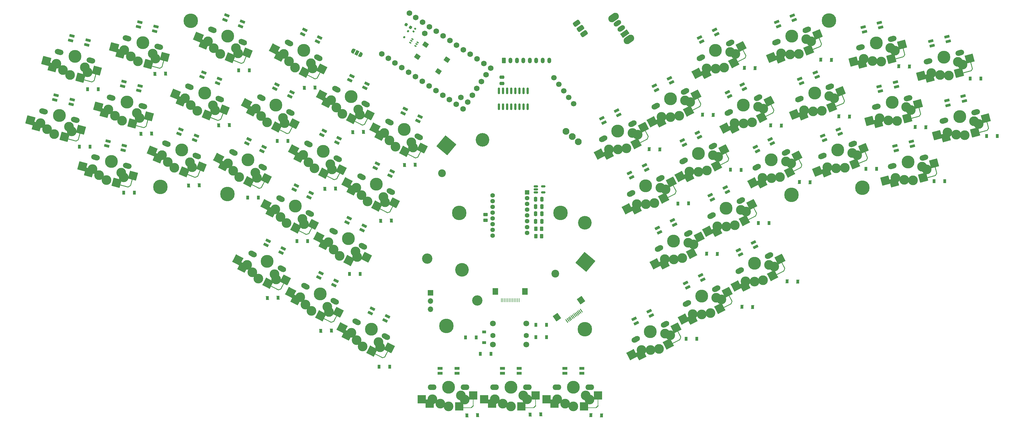
<source format=gbr>
%TF.GenerationSoftware,KiCad,Pcbnew,(6.0.4)*%
%TF.CreationDate,2023-01-08T04:04:53+01:00*%
%TF.ProjectId,Zazu,5a617a75-2e6b-4696-9361-645f70636258,rev?*%
%TF.SameCoordinates,Original*%
%TF.FileFunction,Soldermask,Bot*%
%TF.FilePolarity,Negative*%
%FSLAX46Y46*%
G04 Gerber Fmt 4.6, Leading zero omitted, Abs format (unit mm)*
G04 Created by KiCad (PCBNEW (6.0.4)) date 2023-01-08 04:04:53*
%MOMM*%
%LPD*%
G01*
G04 APERTURE LIST*
G04 Aperture macros list*
%AMRoundRect*
0 Rectangle with rounded corners*
0 $1 Rounding radius*
0 $2 $3 $4 $5 $6 $7 $8 $9 X,Y pos of 4 corners*
0 Add a 4 corners polygon primitive as box body*
4,1,4,$2,$3,$4,$5,$6,$7,$8,$9,$2,$3,0*
0 Add four circle primitives for the rounded corners*
1,1,$1+$1,$2,$3*
1,1,$1+$1,$4,$5*
1,1,$1+$1,$6,$7*
1,1,$1+$1,$8,$9*
0 Add four rect primitives between the rounded corners*
20,1,$1+$1,$2,$3,$4,$5,0*
20,1,$1+$1,$4,$5,$6,$7,0*
20,1,$1+$1,$6,$7,$8,$9,0*
20,1,$1+$1,$8,$9,$2,$3,0*%
%AMHorizOval*
0 Thick line with rounded ends*
0 $1 width*
0 $2 $3 position (X,Y) of the first rounded end (center of the circle)*
0 $4 $5 position (X,Y) of the second rounded end (center of the circle)*
0 Add line between two ends*
20,1,$1,$2,$3,$4,$5,0*
0 Add two circle primitives to create the rounded ends*
1,1,$1,$2,$3*
1,1,$1,$4,$5*%
%AMRotRect*
0 Rectangle, with rotation*
0 The origin of the aperture is its center*
0 $1 length*
0 $2 width*
0 $3 Rotation angle, in degrees counterclockwise*
0 Add horizontal line*
21,1,$1,$2,0,0,$3*%
%AMFreePoly0*
4,1,22,0.550000,-0.750000,0.000000,-0.750000,0.000000,-0.745033,-0.079941,-0.743568,-0.215256,-0.701293,-0.333266,-0.622738,-0.424486,-0.514219,-0.481581,-0.384460,-0.499164,-0.250000,-0.500000,-0.250000,-0.500000,0.250000,-0.499164,0.250000,-0.499963,0.256109,-0.478152,0.396186,-0.417904,0.524511,-0.324059,0.630769,-0.204165,0.706417,-0.067858,0.745374,0.000000,0.744959,0.000000,0.750000,
0.550000,0.750000,0.550000,-0.750000,0.550000,-0.750000,$1*%
%AMFreePoly1*
4,1,20,0.000000,0.744959,0.073905,0.744508,0.209726,0.703889,0.328688,0.626782,0.421226,0.519385,0.479903,0.390333,0.500000,0.250000,0.500000,-0.250000,0.499851,-0.262216,0.476331,-0.402017,0.414519,-0.529596,0.319384,-0.634700,0.198574,-0.708877,0.061801,-0.746166,0.000000,-0.745033,0.000000,-0.750000,-0.550000,-0.750000,-0.550000,0.750000,0.000000,0.750000,0.000000,0.744959,
0.000000,0.744959,$1*%
G04 Aperture macros list end*
%ADD10RoundRect,0.082000X-0.718000X0.328000X-0.718000X-0.328000X0.718000X-0.328000X0.718000X0.328000X0*%
%ADD11C,3.000000*%
%ADD12HorizOval,1.701800X-0.482963X0.129410X0.482963X-0.129410X0*%
%ADD13C,3.987800*%
%ADD14RotRect,2.600000X2.600000X165.000000*%
%ADD15RotRect,2.550000X2.500000X165.000000*%
%ADD16RotRect,3.000000X0.250000X345.000000*%
%ADD17RoundRect,0.062500X-0.347636X-0.272877X0.410136X0.164623X0.347636X0.272877X-0.410136X-0.164623X0*%
%ADD18RotRect,4.000000X0.250000X75.000000*%
%ADD19HorizOval,1.701800X-0.445503X-0.226995X0.445503X0.226995X0*%
%ADD20RotRect,2.550000X2.500000X207.000000*%
%ADD21RotRect,2.600000X2.600000X207.000000*%
%ADD22RotRect,3.000000X0.250000X27.000000*%
%ADD23RoundRect,0.062500X-0.075754X-0.435401X0.194636X0.396774X0.075754X0.435401X-0.194636X-0.396774X0*%
%ADD24RotRect,4.000000X0.250000X117.000000*%
%ADD25RoundRect,0.082000X-0.778427X0.130992X-0.608642X-0.502656X0.778427X-0.130992X0.608642X0.502656X0*%
%ADD26C,4.500000*%
%ADD27HorizOval,1.701800X-0.482963X-0.129410X0.482963X0.129410X0*%
%ADD28RotRect,2.600000X2.600000X195.000000*%
%ADD29RotRect,2.550000X2.500000X195.000000*%
%ADD30RotRect,4.000000X0.250000X105.000000*%
%ADD31RoundRect,0.062500X-0.164623X-0.410136X0.272877X0.347636X0.164623X0.410136X-0.272877X-0.347636X0*%
%ADD32RotRect,3.000000X0.250000X15.000000*%
%ADD33RoundRect,0.082000X-0.490834X0.618215X-0.788652X0.033715X0.490834X-0.618215X0.788652X-0.033715X0*%
%ADD34RoundRect,0.082000X-0.788652X-0.033715X-0.490834X-0.618215X0.788652X0.033715X0.490834X0.618215X0*%
%ADD35HorizOval,1.701800X-0.445503X0.226995X0.445503X-0.226995X0*%
%ADD36RotRect,2.600000X2.600000X153.000000*%
%ADD37RotRect,2.550000X2.500000X153.000000*%
%ADD38RoundRect,0.082000X-0.608642X0.502656X-0.778427X-0.130992X0.608642X-0.502656X0.778427X0.130992X0*%
%ADD39C,1.752600*%
%ADD40RoundRect,0.375000X0.829455X0.123000X0.399273X0.737364X-0.829455X-0.123000X-0.399273X-0.737364X0*%
%ADD41RotRect,4.000000X0.250000X63.000000*%
%ADD42RoundRect,0.062500X-0.396774X-0.194636X0.435401X0.075754X0.396774X0.194636X-0.435401X-0.075754X0*%
%ADD43RotRect,3.000000X0.250000X333.000000*%
%ADD44O,2.701800X1.701800*%
%ADD45R,2.600000X2.600000*%
%ADD46R,2.550000X2.500000*%
%ADD47R,3.000000X0.250000*%
%ADD48R,0.250000X4.000000*%
%ADD49RoundRect,0.062500X-0.265165X-0.353553X0.353553X0.265165X0.265165X0.353553X-0.353553X-0.265165X0*%
%ADD50RoundRect,0.082000X-0.788589X0.035149X-0.542847X-0.573084X0.788589X-0.035149X0.542847X0.573084X0*%
%ADD51HorizOval,1.701800X-0.463592X-0.187303X0.463592X0.187303X0*%
%ADD52RotRect,2.600000X2.600000X202.000000*%
%ADD53RotRect,2.550000X2.500000X202.000000*%
%ADD54RotRect,3.000000X0.250000X22.000000*%
%ADD55RotRect,4.000000X0.250000X112.000000*%
%ADD56RoundRect,0.062500X-0.113413X-0.427142X0.228476X0.378300X0.113413X0.427142X-0.228476X-0.378300X0*%
%ADD57C,3.200000*%
%ADD58C,4.200000*%
%ADD59C,2.400000*%
%ADD60C,2.100000*%
%ADD61RotRect,4.400000X4.400000X140.000000*%
%ADD62HorizOval,1.701800X-0.463592X0.187303X0.463592X-0.187303X0*%
%ADD63RotRect,2.550000X2.500000X158.000000*%
%ADD64RotRect,2.600000X2.600000X158.000000*%
%ADD65RotRect,3.000000X0.250000X338.000000*%
%ADD66RotRect,4.000000X0.250000X68.000000*%
%ADD67RoundRect,0.062500X-0.378300X-0.228476X0.427142X0.113413X0.378300X0.228476X-0.427142X-0.113413X0*%
%ADD68R,1.700000X1.700000*%
%ADD69O,1.700000X1.700000*%
%ADD70C,1.800000*%
%ADD71C,1.600000*%
%ADD72RoundRect,0.082000X-0.542847X0.573084X-0.788589X-0.035149X0.542847X-0.573084X0.788589X0.035149X0*%
%ADD73C,1.700000*%
%ADD74HorizOval,1.700000X0.000000X0.000000X0.000000X0.000000X0*%
%ADD75HorizOval,2.200000X0.532449X0.372825X-0.532449X-0.372825X0*%
%ADD76RotRect,1.500000X2.500000X125.000000*%
%ADD77HorizOval,1.500000X0.409576X0.286788X-0.409576X-0.286788X0*%
%ADD78RotRect,0.900000X1.200000X358.000000*%
%ADD79R,0.900000X1.200000*%
%ADD80RotRect,0.650000X0.400000X148.000000*%
%ADD81RoundRect,0.150000X0.034471X-0.227896X0.219943X0.068921X-0.034471X0.227896X-0.219943X-0.068921X0*%
%ADD82RoundRect,0.250000X0.250000X0.475000X-0.250000X0.475000X-0.250000X-0.475000X0.250000X-0.475000X0*%
%ADD83R,0.280000X1.250000*%
%ADD84R,1.800000X2.000000*%
%ADD85RotRect,0.900000X1.200000X2.000000*%
%ADD86RoundRect,0.150000X0.150000X-0.825000X0.150000X0.825000X-0.150000X0.825000X-0.150000X-0.825000X0*%
%ADD87RoundRect,0.140000X-0.069979X0.208813X-0.218357X-0.028640X0.069979X-0.208813X0.218357X0.028640X0*%
%ADD88RotRect,0.280000X1.250000X35.000000*%
%ADD89RotRect,1.800000X2.000000X35.000000*%
%ADD90RoundRect,0.250000X0.262500X0.450000X-0.262500X0.450000X-0.262500X-0.450000X0.262500X-0.450000X0*%
%ADD91RoundRect,0.250000X-0.262500X-0.450000X0.262500X-0.450000X0.262500X0.450000X-0.262500X0.450000X0*%
%ADD92RotRect,0.900000X1.200000X1.000000*%
%ADD93RoundRect,0.250000X0.450000X-0.262500X0.450000X0.262500X-0.450000X0.262500X-0.450000X-0.262500X0*%
%ADD94FreePoly0,153.000000*%
%ADD95RotRect,1.000000X1.500000X153.000000*%
%ADD96FreePoly1,153.000000*%
%ADD97RoundRect,0.218750X-0.321302X-0.101392X0.049719X-0.333232X0.321302X0.101392X-0.049719X0.333232X0*%
%ADD98RotRect,0.900000X1.200000X359.000000*%
%ADD99R,1.200000X0.900000*%
%ADD100RoundRect,0.250000X-0.250000X-0.475000X0.250000X-0.475000X0.250000X0.475000X-0.250000X0.475000X0*%
%ADD101R,1.400000X1.400000*%
%ADD102C,1.400000*%
%ADD103RoundRect,0.150000X-0.512500X-0.150000X0.512500X-0.150000X0.512500X0.150000X-0.512500X0.150000X0*%
%ADD104RoundRect,0.250000X0.475000X-0.250000X0.475000X0.250000X-0.475000X0.250000X-0.475000X-0.250000X0*%
%ADD105RotRect,1.600000X1.400000X325.000000*%
%ADD106RoundRect,0.250000X-0.350000X-0.625000X0.350000X-0.625000X0.350000X0.625000X-0.350000X0.625000X0*%
%ADD107O,1.200000X1.750000*%
G04 APERTURE END LIST*
D10*
%TO.C,D73*%
X239840436Y-173514437D03*
X239840436Y-175014437D03*
X245040436Y-175014437D03*
X245040436Y-173514437D03*
%TD*%
D11*
%TO.C,SW7*%
X98592421Y-93404918D03*
D12*
X99485719Y-89761990D03*
D11*
X102849463Y-96826621D03*
D13*
X104389436Y-91079362D03*
D12*
X109298500Y-92395418D03*
D11*
X108248494Y-95995678D03*
X107415399Y-94516343D03*
X100624370Y-95326294D03*
D14*
X95429014Y-92557285D03*
D15*
X97431697Y-94474244D03*
D14*
X106012871Y-97674253D03*
D16*
X108154148Y-98604182D03*
D17*
X109939451Y-98783023D03*
D18*
X110805368Y-96675723D03*
D15*
X111095576Y-95502444D03*
%TD*%
D11*
%TO.C,SW26*%
X301161184Y-146242255D03*
D19*
X293934275Y-143242996D03*
D11*
X304617437Y-142012088D03*
X303008459Y-141470177D03*
D19*
X302988699Y-138633982D03*
D13*
X298459941Y-140940766D03*
D11*
X298503703Y-146616173D03*
X295708020Y-146547951D03*
D20*
X295560952Y-148119292D03*
D21*
X292789973Y-148034770D03*
D22*
X306292755Y-144013713D03*
D23*
X307739161Y-142952018D03*
D20*
X306403194Y-139740473D03*
D21*
X304079231Y-144755436D03*
D24*
X306972603Y-140806577D03*
%TD*%
D25*
%TO.C,D42*%
X341967477Y-104647526D03*
X342355705Y-106096415D03*
X347378520Y-104750556D03*
X346990291Y-103301667D03*
%TD*%
D11*
%TO.C,SW40*%
X102542589Y-112933990D03*
X97976653Y-115244268D03*
X93719611Y-111822565D03*
X95751560Y-113743941D03*
D12*
X94612909Y-108179637D03*
D11*
X103375684Y-114413325D03*
D13*
X99516626Y-109497009D03*
D12*
X104425690Y-110813065D03*
D15*
X92558887Y-112891891D03*
D14*
X90556204Y-110974932D03*
D18*
X105932558Y-115093370D03*
D16*
X103281338Y-117021829D03*
D17*
X105066641Y-117200670D03*
D15*
X106222766Y-113920091D03*
D14*
X101140061Y-116091900D03*
%TD*%
D26*
%TO.C,H10*%
X238452436Y-125369438D03*
%TD*%
D27*
%TO.C,SW44*%
X366927533Y-94275404D03*
D11*
X363558105Y-101337457D03*
D13*
X362018131Y-95590199D03*
D27*
X357112702Y-96901180D03*
D11*
X360880954Y-101150683D03*
X358160547Y-100502696D03*
X366357183Y-97053730D03*
X367818332Y-97918324D03*
D28*
X354997140Y-101350328D03*
D29*
X357689993Y-102009123D03*
D30*
X370372672Y-97228823D03*
D28*
X366721513Y-100489825D03*
D31*
X370676416Y-99486757D03*
D32*
X369040879Y-100224528D03*
D29*
X370037360Y-96067629D03*
%TD*%
D11*
%TO.C,SW34*%
X334996043Y-78403057D03*
X332275636Y-77755070D03*
X341933421Y-75170698D03*
D13*
X336133220Y-72842573D03*
D27*
X331227791Y-74153554D03*
D11*
X337673194Y-78589831D03*
D27*
X341042622Y-71527778D03*
D11*
X340472272Y-74306104D03*
D28*
X329112229Y-78602702D03*
D29*
X331805082Y-79261497D03*
D30*
X344487761Y-74481197D03*
D29*
X344152449Y-73320003D03*
D28*
X340836602Y-77742199D03*
D31*
X344791505Y-76739131D03*
D32*
X343155968Y-77476902D03*
%TD*%
D33*
%TO.C,D85*%
X148049543Y-133999589D03*
X147368557Y-135336098D03*
X152001791Y-137696849D03*
X152682777Y-136360339D03*
%TD*%
D11*
%TO.C,SW39*%
X77609049Y-97598565D03*
X81866091Y-101020268D03*
D12*
X78502347Y-93955637D03*
D13*
X83406064Y-95273009D03*
D11*
X86432027Y-98709990D03*
X87265122Y-100189325D03*
X79640998Y-99519941D03*
D12*
X88315128Y-96589065D03*
D14*
X74445642Y-96750932D03*
D15*
X76448325Y-98667891D03*
D14*
X85029499Y-101867900D03*
D16*
X87170776Y-102797829D03*
D15*
X90112204Y-99696091D03*
D17*
X88956079Y-102976670D03*
D18*
X89821996Y-100869370D03*
%TD*%
D26*
%TO.C,H8*%
X321563075Y-65876331D03*
%TD*%
D25*
%TO.C,D56*%
X337039123Y-86244201D03*
X337427351Y-87693090D03*
X342450166Y-86347231D03*
X342061937Y-84898342D03*
%TD*%
D34*
%TO.C,D50*%
X251211132Y-96101430D03*
X251892118Y-97437940D03*
X256525352Y-95077189D03*
X255844366Y-93740680D03*
%TD*%
D11*
%TO.C,SW20*%
X170111891Y-138675631D03*
X175058384Y-137365150D03*
X166659288Y-134443612D03*
D35*
X168290472Y-131066018D03*
X177341300Y-135682091D03*
D11*
X175565703Y-138985368D03*
X168247357Y-136745467D03*
D13*
X172813134Y-133374142D03*
D36*
X163741242Y-132956793D03*
D37*
X165301602Y-135248243D03*
X178453119Y-139094854D03*
D36*
X173029938Y-140162451D03*
%TD*%
D34*
%TO.C,D57*%
X267513306Y-86059334D03*
X268194292Y-87395844D03*
X272827526Y-85035093D03*
X272146540Y-83698584D03*
%TD*%
D38*
%TO.C,D48*%
X98517320Y-103190161D03*
X98129091Y-104639050D03*
X103151906Y-105984909D03*
X103540134Y-104536020D03*
%TD*%
D25*
%TO.C,D49*%
X357999283Y-90627961D03*
X358387511Y-92076850D03*
X363410326Y-90730991D03*
X363022097Y-89282102D03*
%TD*%
D39*
%TO.C,U1*%
X185174396Y-77582685D03*
X187280152Y-79003035D03*
X189385907Y-80423385D03*
X191491662Y-81843735D03*
X193597418Y-83264085D03*
X195703173Y-84684435D03*
X197808929Y-86104785D03*
X199914684Y-87525135D03*
X202020440Y-88945485D03*
X204126195Y-90365835D03*
X206231951Y-91786185D03*
X208348890Y-93189954D03*
X216859806Y-80572003D03*
X214754050Y-79151653D03*
X212648295Y-77731303D03*
X210542540Y-76310953D03*
X208436784Y-74890603D03*
X206331029Y-73470253D03*
X204225273Y-72049903D03*
X202119518Y-70629553D03*
X200013762Y-69209203D03*
X197908007Y-67788853D03*
X195802251Y-66368503D03*
X193696496Y-64948153D03*
X209758056Y-91100780D03*
X211178406Y-88995024D03*
X212598756Y-86889269D03*
X214019106Y-84783513D03*
X215439456Y-82677758D03*
X207652301Y-89680430D03*
X196510025Y-69861447D03*
X183171019Y-76207266D03*
X191693119Y-63572733D03*
%TD*%
D40*
%TO.C,J4*%
X243483662Y-66696862D03*
X244630815Y-68335166D03*
X245777968Y-69973470D03*
%TD*%
D26*
%TO.C,H9*%
X207131342Y-125369438D03*
%TD*%
D11*
%TO.C,SW21*%
X286671920Y-151641986D03*
X284824645Y-156414064D03*
D19*
X277597736Y-153414805D03*
X286652160Y-148805791D03*
D11*
X282167164Y-156787982D03*
X288280898Y-152183897D03*
X279371481Y-156719760D03*
D13*
X282123402Y-151112575D03*
D20*
X279224413Y-158291101D03*
D21*
X276453434Y-158206579D03*
D23*
X291402622Y-153123827D03*
D24*
X290636064Y-150978386D03*
D22*
X289956216Y-154185522D03*
D21*
X287742692Y-154927245D03*
D20*
X290066655Y-149912282D03*
%TD*%
D38*
%TO.C,D46*%
X87301632Y-70632043D03*
X86913403Y-72080932D03*
X91936218Y-73426791D03*
X92324446Y-71977902D03*
%TD*%
D11*
%TO.C,SW43*%
X350325377Y-111073295D03*
X342128741Y-114522261D03*
X351786526Y-111937889D03*
D27*
X350895727Y-108294969D03*
D11*
X347526299Y-115357022D03*
X344849148Y-115170248D03*
D27*
X341080896Y-110920745D03*
D13*
X345986325Y-109609764D03*
D29*
X341658187Y-116028688D03*
D28*
X338965334Y-115369893D03*
D31*
X354644610Y-113506322D03*
D30*
X354340866Y-111248388D03*
D29*
X354005554Y-110087194D03*
D32*
X353009073Y-114244093D03*
D28*
X350689707Y-114509390D03*
%TD*%
D11*
%TO.C,SW23*%
X270684394Y-139688841D03*
X279593811Y-135152978D03*
D19*
X268910649Y-136383886D03*
D13*
X273436315Y-134081656D03*
D19*
X277965073Y-131774872D03*
D11*
X276137558Y-139383145D03*
X273480077Y-139757063D03*
X277984833Y-134611067D03*
D21*
X267766347Y-141175660D03*
D20*
X270537326Y-141260182D03*
D21*
X279055605Y-137896326D03*
D20*
X281379568Y-132881363D03*
%TD*%
D34*
%TO.C,D51*%
X293496559Y-136926574D03*
X294177545Y-138263084D03*
X298810779Y-135902333D03*
X298129793Y-134565824D03*
%TD*%
D13*
%TO.C,SW25*%
X281102507Y-107002649D03*
D11*
X281146269Y-112678056D03*
X285651025Y-107532060D03*
D19*
X285631265Y-104695865D03*
D11*
X278350586Y-112609834D03*
X287260003Y-108073971D03*
X283803750Y-112304138D03*
D19*
X276576841Y-109304879D03*
D21*
X275432539Y-114096653D03*
D20*
X278203518Y-114181175D03*
X289045760Y-105802356D03*
D22*
X288935321Y-110075596D03*
D24*
X289615169Y-106868460D03*
D21*
X286721797Y-110817319D03*
D23*
X290381727Y-109013901D03*
%TD*%
D26*
%TO.C,*%
X331814000Y-117630000D03*
%TD*%
D11*
%TO.C,SW4*%
X154471486Y-78477164D03*
X161282513Y-79096847D03*
X156336020Y-80407328D03*
X152883417Y-76175309D03*
D35*
X163565429Y-77413788D03*
D11*
X161789832Y-80717065D03*
D13*
X159037263Y-75105839D03*
D35*
X154514601Y-72797715D03*
D37*
X151525731Y-76979940D03*
D36*
X149965371Y-74688490D03*
D37*
X164677248Y-80826551D03*
D36*
X159254067Y-81894148D03*
D41*
X164149442Y-81913854D03*
D42*
X162864315Y-83795070D03*
D43*
X161155210Y-83248952D03*
%TD*%
D33*
%TO.C,D61*%
X150741594Y-85660019D03*
X150060608Y-86996528D03*
X154693842Y-89357279D03*
X155374828Y-88020769D03*
%TD*%
%TO.C,D84*%
X173146933Y-126997347D03*
X172465947Y-128333856D03*
X177099181Y-130694607D03*
X177780167Y-129358097D03*
%TD*%
D38*
%TO.C,D91*%
X82406758Y-88966161D03*
X82018529Y-90415050D03*
X87041344Y-91760909D03*
X87429572Y-90312020D03*
%TD*%
D33*
%TO.C,D90*%
X190426234Y-93211642D03*
X189745248Y-94548151D03*
X194378482Y-96908902D03*
X195059468Y-95572392D03*
%TD*%
D11*
%TO.C,SW8*%
X170955228Y-94704308D03*
D13*
X173656471Y-89402819D03*
D11*
X169090694Y-92774144D03*
D35*
X178184637Y-91710768D03*
D11*
X176409040Y-95014045D03*
X167502625Y-90472289D03*
X175901721Y-93393827D03*
D35*
X169133809Y-87094695D03*
D37*
X166144939Y-91276920D03*
D36*
X164584579Y-88985470D03*
D43*
X175774418Y-97545932D03*
D41*
X178768650Y-96210834D03*
D37*
X179296456Y-95123531D03*
D42*
X177483523Y-98092050D03*
D36*
X173873275Y-96191128D03*
%TD*%
D38*
%TO.C,D83*%
X103386944Y-84775086D03*
X102998715Y-86223975D03*
X108021530Y-87569834D03*
X108409758Y-86120945D03*
%TD*%
D44*
%TO.C,SW22*%
X237362848Y-179341129D03*
D13*
X242440436Y-179344437D03*
D11*
X247440436Y-183094436D03*
X242440436Y-185294437D03*
X239902848Y-184421129D03*
X246252848Y-181881129D03*
X237442848Y-183091129D03*
D44*
X247522848Y-179345090D03*
D45*
X234167848Y-183091129D03*
D46*
X236598436Y-184424437D03*
X250062848Y-181881129D03*
D47*
X248024436Y-185638476D03*
D48*
X250086195Y-183089541D03*
D49*
X249795192Y-185349153D03*
D45*
X245715437Y-185294437D03*
%TD*%
D10*
%TO.C,D59*%
X201234852Y-173514438D03*
X201234852Y-175014438D03*
X206434852Y-175014438D03*
X206434852Y-173514438D03*
%TD*%
D50*
%TO.C,D88*%
X319612761Y-101489393D03*
X320174670Y-102880169D03*
X324996026Y-100932215D03*
X324434117Y-99541439D03*
%TD*%
D26*
%TO.C,H3*%
X245972677Y-161342170D03*
%TD*%
D33*
%TO.C,D67*%
X159367411Y-68730898D03*
X158686425Y-70067407D03*
X163319659Y-72428158D03*
X164000645Y-71091648D03*
%TD*%
D11*
%TO.C,SW33*%
X313859720Y-93650404D03*
X323130561Y-89908308D03*
X316638820Y-93962027D03*
X321574936Y-89228228D03*
D51*
X312380771Y-90203433D03*
D11*
X319318777Y-93821147D03*
D13*
X317089868Y-88304403D03*
D51*
X321802443Y-86401103D03*
D52*
X310823193Y-94877241D03*
D53*
X313576261Y-95202948D03*
D54*
X324625050Y-92048331D03*
D52*
X322355305Y-92594310D03*
D55*
X325581833Y-88912651D03*
D53*
X325107507Y-87800977D03*
D56*
X326158485Y-91116738D03*
%TD*%
D11*
%TO.C,SW16*%
X166842288Y-156023644D03*
X161388476Y-155713907D03*
X157935873Y-151481888D03*
X166334969Y-154403426D03*
X159523942Y-153783743D03*
D35*
X159567057Y-148104294D03*
X168617885Y-152720367D03*
D13*
X164089719Y-150412418D03*
D36*
X155017827Y-149995069D03*
D37*
X156578187Y-152286519D03*
D43*
X166207666Y-158555531D03*
D42*
X167916771Y-159101649D03*
D37*
X169729704Y-156133130D03*
D36*
X164306523Y-157200727D03*
D41*
X169201898Y-157220433D03*
%TD*%
D11*
%TO.C,SW28*%
X290974536Y-75638313D03*
X289127261Y-80410391D03*
X283674097Y-80716087D03*
D13*
X286426018Y-75108902D03*
D11*
X292583514Y-76180224D03*
D19*
X281900352Y-77411132D03*
D11*
X286469780Y-80784309D03*
D19*
X290954776Y-72802118D03*
D21*
X280756050Y-82202906D03*
D20*
X283527029Y-82287428D03*
D22*
X294258832Y-78181849D03*
D24*
X294938680Y-74974713D03*
D21*
X292045308Y-78923572D03*
D23*
X295705238Y-77120154D03*
D20*
X294369271Y-73908609D03*
%TD*%
D35*
%TO.C,SW5*%
X145888783Y-89726836D03*
D11*
X153164014Y-97646186D03*
X147710202Y-97336449D03*
X144257599Y-93104430D03*
X152656695Y-96025968D03*
D13*
X150411445Y-92034960D03*
D35*
X154939611Y-94342909D03*
D11*
X145845668Y-95406285D03*
D36*
X141339553Y-91617611D03*
D37*
X142899913Y-93909061D03*
D36*
X150628249Y-98823269D03*
D42*
X154238497Y-100724191D03*
D37*
X156051430Y-97755672D03*
D41*
X155523624Y-98842975D03*
D43*
X152529392Y-100178073D03*
%TD*%
D34*
%TO.C,D72*%
X298714270Y-104952957D03*
X299395256Y-106289467D03*
X304028490Y-103928716D03*
X303347504Y-102592207D03*
%TD*%
D10*
%TO.C,D66*%
X220514848Y-173511130D03*
X220514848Y-175011130D03*
X225714848Y-175011130D03*
X225714848Y-173511130D03*
%TD*%
D57*
%TO.C,SW36*%
X197228052Y-139501819D03*
D58*
X207996008Y-142991378D03*
D59*
X201809741Y-113113345D03*
D57*
X212691390Y-152477497D03*
D59*
X236894041Y-144162398D03*
D58*
X245986230Y-128418738D03*
X214365675Y-102810086D03*
D60*
X243984085Y-103369716D03*
X240153863Y-100155778D03*
X242068974Y-101762747D03*
D61*
X246205658Y-140541280D03*
X203178553Y-104440241D03*
%TD*%
D35*
%TO.C,SW15*%
X160932999Y-125569020D03*
D11*
X153703590Y-128562560D03*
X150250987Y-124330541D03*
D13*
X156404833Y-123261071D03*
D11*
X158650083Y-127252079D03*
X151839056Y-126632396D03*
X159157402Y-128872297D03*
D35*
X151882171Y-120952947D03*
D36*
X147332941Y-122843722D03*
D37*
X148893301Y-125135172D03*
D43*
X158522780Y-131404184D03*
D41*
X161517012Y-130069086D03*
D37*
X162044818Y-128981783D03*
D42*
X160231885Y-131950302D03*
D36*
X156621637Y-130049380D03*
%TD*%
D27*
%TO.C,SW45*%
X361960169Y-75868698D03*
D11*
X361389819Y-78647024D03*
X353193183Y-82095990D03*
D13*
X357050767Y-77183493D03*
D27*
X352145338Y-78494474D03*
D11*
X355913590Y-82743977D03*
X362850968Y-79511618D03*
X358590741Y-82930751D03*
D29*
X352722629Y-83602417D03*
D28*
X350029776Y-82943622D03*
D30*
X365405308Y-78822117D03*
D29*
X365069996Y-77660923D03*
D32*
X364073515Y-81817822D03*
D28*
X361754149Y-82083119D03*
D31*
X365709052Y-81080051D03*
%TD*%
D34*
%TO.C,D44*%
X259836951Y-113030556D03*
X260517937Y-114367066D03*
X265151171Y-112006315D03*
X264470185Y-110669806D03*
%TD*%
%TO.C,D65*%
X284764942Y-119917586D03*
X285445928Y-121254096D03*
X290079162Y-118893345D03*
X289398176Y-117556836D03*
%TD*%
D33*
%TO.C,D41*%
X164419867Y-144037476D03*
X163738881Y-145373985D03*
X168372115Y-147734736D03*
X169053101Y-146398226D03*
%TD*%
D27*
%TO.C,SW31*%
X345968847Y-89887825D03*
X336154016Y-92513601D03*
D11*
X339922268Y-96763104D03*
X342599419Y-96949878D03*
X345398497Y-92666151D03*
D13*
X341059445Y-91202620D03*
D11*
X337201861Y-96115117D03*
X346859646Y-93530745D03*
D28*
X334038454Y-96962749D03*
D29*
X336731307Y-97621544D03*
D32*
X348082193Y-95836949D03*
D31*
X349717730Y-95099178D03*
D29*
X349078674Y-91680050D03*
D28*
X345762827Y-96102246D03*
D30*
X349413986Y-92841244D03*
%TD*%
D35*
%TO.C,SW41*%
X184477129Y-163689927D03*
D11*
X175383186Y-164753303D03*
X182194213Y-165372986D03*
X177247720Y-166683467D03*
X182701532Y-166993204D03*
X173795117Y-162451448D03*
D35*
X175426301Y-159073854D03*
D13*
X179948963Y-161381978D03*
D37*
X172437431Y-163256079D03*
D36*
X170877071Y-160964629D03*
D42*
X183776015Y-170071209D03*
D41*
X185061142Y-168189993D03*
D37*
X185588948Y-167102690D03*
D36*
X180165767Y-168170287D03*
D43*
X182066910Y-169525091D03*
%TD*%
D26*
%TO.C,H2*%
X203186436Y-160340438D03*
%TD*%
D11*
%TO.C,SW30*%
X306378895Y-114268638D03*
X300925731Y-114574334D03*
X309835148Y-110038471D03*
D19*
X308206410Y-106660365D03*
D11*
X308226170Y-109496560D03*
X303721414Y-114642556D03*
D13*
X303677652Y-108967149D03*
D19*
X299151986Y-111269379D03*
D20*
X300778663Y-116145675D03*
D21*
X298007684Y-116061153D03*
D22*
X311510466Y-112040096D03*
D21*
X309296942Y-112781819D03*
D20*
X311620905Y-107766856D03*
D24*
X312190314Y-108832960D03*
D23*
X312956872Y-110978401D03*
%TD*%
D11*
%TO.C,SW42*%
X266283579Y-167846342D03*
X263487896Y-167778120D03*
X268941060Y-167472424D03*
D13*
X266239817Y-162170935D03*
D19*
X270768575Y-159864151D03*
D11*
X272397313Y-163242257D03*
D19*
X261714151Y-164473165D03*
D11*
X270788335Y-162700346D03*
D20*
X263340828Y-169349461D03*
D21*
X260569849Y-169264939D03*
D22*
X274072631Y-165243882D03*
D21*
X271859107Y-165985605D03*
D23*
X275519037Y-164182187D03*
D20*
X274183070Y-160970642D03*
D24*
X274752479Y-162036746D03*
%TD*%
D34*
%TO.C,D64*%
X281462634Y-71094710D03*
X282143620Y-72431220D03*
X286776854Y-70070469D03*
X286095868Y-68733960D03*
%TD*%
D11*
%TO.C,SW6*%
X117001660Y-109673498D03*
X123840778Y-109697203D03*
X119027323Y-111433813D03*
D13*
X121256232Y-105917069D03*
D62*
X116549614Y-104011904D03*
D11*
X115219014Y-107518811D03*
X124487377Y-111267040D03*
D62*
X125968318Y-107821579D03*
D63*
X113936623Y-108438711D03*
D64*
X112182487Y-106291975D03*
D63*
X127373348Y-111124454D03*
D64*
X122063851Y-112660649D03*
D65*
X124075838Y-113844603D03*
D66*
X126942316Y-112253620D03*
D67*
X125826037Y-114239684D03*
%TD*%
D11*
%TO.C,SW12*%
X207647266Y-181881131D03*
X203834854Y-185294439D03*
X208834854Y-183094438D03*
D13*
X203834854Y-179344439D03*
D11*
X198837266Y-183091131D03*
D44*
X208917266Y-179345092D03*
D11*
X201297266Y-184421131D03*
D44*
X198757266Y-179341131D03*
D46*
X197992854Y-184424439D03*
D45*
X195562266Y-183091131D03*
D48*
X211480613Y-183089543D03*
D46*
X211457266Y-181881131D03*
D45*
X207109855Y-185294439D03*
D47*
X209418854Y-185638478D03*
D49*
X211189610Y-185349155D03*
%TD*%
D33*
%TO.C,D54*%
X165360798Y-99957003D03*
X164679812Y-101293512D03*
X169313046Y-103654263D03*
X169994032Y-102317753D03*
%TD*%
D11*
%TO.C,SW1*%
X129454059Y-72285823D03*
X131236705Y-74440510D03*
D13*
X135491277Y-70684081D03*
D62*
X130784659Y-68778916D03*
X140203363Y-72588591D03*
D11*
X133262368Y-76200825D03*
X138722422Y-76034052D03*
X138075823Y-74464215D03*
D63*
X128171668Y-73205723D03*
D64*
X126417532Y-71058987D03*
X136298896Y-77427661D03*
D63*
X141608393Y-75891466D03*
D65*
X138310883Y-78611615D03*
D67*
X140061082Y-79006696D03*
D66*
X141177361Y-77020632D03*
%TD*%
D50*
%TO.C,D71*%
X305377714Y-66256406D03*
X305939623Y-67647182D03*
X310760979Y-65699228D03*
X310199070Y-64308452D03*
%TD*%
D33*
%TO.C,D69*%
X156734981Y-116886128D03*
X156053995Y-118222637D03*
X160687229Y-120583388D03*
X161368215Y-119246878D03*
%TD*%
D34*
%TO.C,D58*%
X268473580Y-130063421D03*
X269154566Y-131399931D03*
X273787800Y-129039180D03*
X273106814Y-127702671D03*
%TD*%
%TO.C,D86*%
X276139123Y-102988458D03*
X276820109Y-104324968D03*
X281453343Y-101964217D03*
X280772357Y-100627708D03*
%TD*%
D26*
%TO.C,*%
X114644000Y-117376000D03*
%TD*%
D11*
%TO.C,SW11*%
X145018150Y-145676022D03*
X150471962Y-145985759D03*
D13*
X147719393Y-140374533D03*
D11*
X149964643Y-144365541D03*
D35*
X152247559Y-142682482D03*
D11*
X141565547Y-141444003D03*
X143153616Y-143745858D03*
D35*
X143196731Y-138066409D03*
D37*
X140207861Y-142248634D03*
D36*
X138647501Y-139957184D03*
D41*
X152831572Y-147182548D03*
D43*
X149837340Y-148517646D03*
D42*
X151546445Y-149063764D03*
D37*
X153359378Y-146095245D03*
D36*
X147936197Y-147162842D03*
%TD*%
D68*
%TO.C,J5*%
X198220436Y-150134438D03*
D69*
X198220436Y-152674438D03*
X198220436Y-155214438D03*
%TD*%
D33*
%TO.C,D52*%
X180282762Y-155005183D03*
X179601776Y-156341692D03*
X184235010Y-158702443D03*
X184915996Y-157365933D03*
%TD*%
D50*
%TO.C,D63*%
X312495235Y-83872898D03*
X313057144Y-85263674D03*
X317878500Y-83315720D03*
X317316591Y-81924944D03*
%TD*%
D70*
%TO.C,HAT1*%
X217557347Y-159592101D03*
D71*
X217557347Y-163292101D03*
D70*
X217557347Y-166092101D03*
X227857347Y-166092101D03*
D71*
X227857347Y-163292101D03*
D70*
X227857347Y-159592101D03*
%TD*%
D19*
%TO.C,SW19*%
X260274667Y-119346979D03*
D11*
X270957829Y-118116071D03*
X267501576Y-122346238D03*
X264844095Y-122720156D03*
D19*
X269329091Y-114737965D03*
D13*
X264800333Y-117044749D03*
D11*
X269348851Y-117574160D03*
X262048412Y-122651934D03*
D20*
X261901344Y-124223275D03*
D21*
X259130365Y-124138753D03*
D20*
X272743586Y-115844456D03*
D22*
X272633147Y-120117696D03*
D24*
X273312995Y-116910560D03*
D23*
X274079553Y-119056001D03*
D21*
X270419623Y-120859419D03*
%TD*%
D33*
%TO.C,D62*%
X142115772Y-102589145D03*
X141434786Y-103925654D03*
X146068020Y-106286405D03*
X146749006Y-104949895D03*
%TD*%
D13*
%TO.C,SW3*%
X109299485Y-72708973D03*
D11*
X107759512Y-78456232D03*
X113158543Y-77625289D03*
D12*
X104395768Y-71391601D03*
D11*
X105534419Y-76955905D03*
X103502470Y-75034529D03*
D12*
X114208549Y-74025029D03*
D11*
X112325448Y-76145954D03*
D15*
X102341746Y-76103855D03*
D14*
X100339063Y-74186896D03*
D15*
X116005625Y-77132055D03*
D14*
X110922920Y-79303864D03*
D18*
X115715417Y-78305334D03*
D16*
X113064197Y-80233793D03*
D17*
X114849500Y-80412634D03*
%TD*%
D25*
%TO.C,D87*%
X332112898Y-67884155D03*
X332501126Y-69333044D03*
X337523941Y-67987185D03*
X337135712Y-66538296D03*
%TD*%
D72*
%TO.C,D60*%
X135264557Y-64304622D03*
X134702648Y-65695398D03*
X139524004Y-67643352D03*
X140085913Y-66252576D03*
%TD*%
D11*
%TO.C,SW10*%
X135631779Y-110033556D03*
D35*
X137262963Y-106655962D03*
D13*
X141785625Y-108964086D03*
D35*
X146313791Y-111272035D03*
D11*
X144538194Y-114575312D03*
X144030875Y-112955094D03*
X139084382Y-114265575D03*
X137219848Y-112335411D03*
D36*
X132713733Y-108546737D03*
D37*
X134274093Y-110838187D03*
D42*
X145612677Y-117653317D03*
D37*
X147425610Y-114684798D03*
D43*
X143903572Y-117107199D03*
D36*
X142002429Y-115752395D03*
D41*
X146897804Y-115772101D03*
%TD*%
D51*
%TO.C,SW32*%
X314684923Y-68784611D03*
D11*
X312201257Y-76204655D03*
X316013041Y-72291816D03*
X314457416Y-71611736D03*
D51*
X305263251Y-72586941D03*
D11*
X309521300Y-76345535D03*
X306742200Y-76033912D03*
D13*
X309972348Y-70687911D03*
D52*
X303705673Y-77260749D03*
D53*
X306458741Y-77586456D03*
D54*
X317507530Y-74431839D03*
D53*
X317989987Y-70184485D03*
D56*
X319040965Y-73500246D03*
D52*
X315237785Y-74977818D03*
D55*
X318464313Y-71296159D03*
%TD*%
D25*
%TO.C,D92*%
X353031919Y-72221255D03*
X353420147Y-73670144D03*
X358442962Y-72324285D03*
X358054733Y-70875396D03*
%TD*%
D35*
%TO.C,SW9*%
X160507987Y-104023822D03*
D11*
X158876803Y-107401416D03*
X167783218Y-111943172D03*
D35*
X169558815Y-108639895D03*
D13*
X165030649Y-106331946D03*
D11*
X162329406Y-111633435D03*
X160464872Y-109703271D03*
X167275899Y-110322954D03*
D36*
X155958757Y-105914597D03*
D37*
X157519117Y-108206047D03*
D42*
X168857701Y-115021177D03*
D37*
X170670634Y-112052658D03*
D36*
X165247453Y-113120255D03*
D41*
X170142828Y-113139961D03*
D43*
X167148596Y-114475059D03*
%TD*%
D11*
%TO.C,SW13*%
X183942239Y-100656054D03*
X185530308Y-102957909D03*
D35*
X194624251Y-101894533D03*
X185573423Y-97278460D03*
D11*
X187394842Y-104888073D03*
X192848654Y-105197810D03*
X192341335Y-103577592D03*
D13*
X190096085Y-99586584D03*
D37*
X182584553Y-101460685D03*
D36*
X181024193Y-99169235D03*
X190312889Y-106374893D03*
D42*
X193923137Y-108275815D03*
D43*
X192214032Y-107729697D03*
D37*
X195736070Y-105307296D03*
D41*
X195208264Y-106394599D03*
%TD*%
D33*
%TO.C,D47*%
X181800412Y-110140765D03*
X181119426Y-111477274D03*
X185752660Y-113838025D03*
X186433646Y-112501515D03*
%TD*%
D11*
%TO.C,SW38*%
X84535872Y-81185823D03*
D13*
X88300938Y-76938891D03*
D12*
X83397221Y-75621519D03*
D11*
X91326901Y-80375872D03*
X92159996Y-81855207D03*
X86760965Y-82686150D03*
D12*
X93210002Y-78254947D03*
D11*
X82503923Y-79264447D03*
D14*
X79340516Y-78416814D03*
D15*
X81343199Y-80333773D03*
X95007078Y-81361973D03*
D17*
X93850953Y-84642552D03*
D16*
X92065650Y-84463711D03*
D14*
X89924373Y-83533782D03*
D18*
X94716870Y-82535252D03*
%TD*%
D11*
%TO.C,SW18*%
X253422592Y-105722808D03*
D19*
X260703271Y-97808839D03*
X251648847Y-102417853D03*
D11*
X262332009Y-101186945D03*
X256218275Y-105791030D03*
D13*
X256174513Y-100115623D03*
D11*
X260723031Y-100645034D03*
X258875756Y-105417112D03*
D20*
X253275524Y-107294149D03*
D21*
X250504545Y-107209627D03*
D22*
X264007327Y-103188570D03*
D20*
X264117766Y-98915330D03*
D21*
X261793803Y-103930293D03*
D24*
X264687175Y-99981434D03*
D23*
X265453733Y-102126875D03*
%TD*%
D34*
%TO.C,D89*%
X261277082Y-158152700D03*
X261958068Y-159489210D03*
X266591302Y-157128459D03*
X265910316Y-155791950D03*
%TD*%
D26*
%TO.C,H1*%
X135449344Y-119546080D03*
%TD*%
D11*
%TO.C,SW24*%
X278634182Y-91144848D03*
D19*
X267951020Y-92375756D03*
D11*
X277025204Y-90602937D03*
X269724765Y-95680711D03*
D19*
X277005444Y-87766742D03*
D11*
X275177929Y-95375015D03*
X272520448Y-95748933D03*
D13*
X272476686Y-90073526D03*
D20*
X269577697Y-97252052D03*
D21*
X266806718Y-97167530D03*
D23*
X281755906Y-92084778D03*
D22*
X280309500Y-93146473D03*
D24*
X280989348Y-89939337D03*
D20*
X280419939Y-88873233D03*
D21*
X278095976Y-93888196D03*
%TD*%
D11*
%TO.C,SW17*%
X220577260Y-184417822D03*
X228114848Y-183091129D03*
D13*
X223114848Y-179341130D03*
D44*
X218037260Y-179337822D03*
X228197260Y-179341783D03*
D11*
X226927260Y-181877822D03*
X223114848Y-185291130D03*
X218117260Y-183087822D03*
D46*
X217272848Y-184421130D03*
D45*
X214842260Y-183087822D03*
D49*
X230469604Y-185345846D03*
D46*
X230737260Y-181877822D03*
D48*
X230760607Y-183086234D03*
D45*
X226389849Y-185291130D03*
D47*
X228698848Y-185635169D03*
%TD*%
D34*
%TO.C,D70*%
X290088454Y-88023835D03*
X290769440Y-89360345D03*
X295402674Y-86999594D03*
X294721688Y-85663085D03*
%TD*%
D73*
%TO.C,U5*%
X236420970Y-83535811D03*
D74*
X237949581Y-85564345D03*
X239478191Y-87592879D03*
X241006801Y-89621413D03*
X242535411Y-91649948D03*
%TD*%
D34*
%TO.C,D45*%
X277160020Y-147098382D03*
X277841006Y-148434892D03*
X282474240Y-146074141D03*
X281793254Y-144737632D03*
%TD*%
D72*
%TO.C,D55*%
X121029509Y-99537609D03*
X120467600Y-100928385D03*
X125288956Y-102876339D03*
X125850865Y-101485563D03*
%TD*%
D75*
%TO.C,SW37*%
X254891672Y-64964955D03*
X259594999Y-71682001D03*
D76*
X258390488Y-69961782D03*
D77*
X257243335Y-68323478D03*
X256096182Y-66685174D03*
%TD*%
D19*
%TO.C,SW29*%
X290526170Y-94340257D03*
D11*
X299600354Y-92567438D03*
D13*
X295051836Y-92038027D03*
D11*
X301209332Y-93109349D03*
X295095598Y-97713434D03*
X297753079Y-97339516D03*
D19*
X299580594Y-89731243D03*
D11*
X292299915Y-97645212D03*
D20*
X292152847Y-99216553D03*
D21*
X289381868Y-99132031D03*
D23*
X304331056Y-94049279D03*
D20*
X302995089Y-90837734D03*
D22*
X302884650Y-95110974D03*
D24*
X303564498Y-91903838D03*
D21*
X300671126Y-95852697D03*
%TD*%
D11*
%TO.C,SW46*%
X323756347Y-111578521D03*
X326436304Y-111437641D03*
D13*
X324207395Y-105920897D03*
D51*
X319498298Y-107819927D03*
D11*
X328692463Y-106844722D03*
D51*
X328919970Y-104017597D03*
D11*
X320977247Y-111266898D03*
X330248088Y-107524802D03*
D52*
X317940720Y-112493735D03*
D53*
X320693788Y-112819442D03*
D56*
X333276012Y-108733232D03*
D55*
X332699360Y-106529145D03*
D53*
X332225034Y-105417471D03*
D54*
X331742577Y-109664825D03*
D52*
X329472832Y-110210804D03*
%TD*%
D11*
%TO.C,SW2*%
X124119472Y-92057412D03*
D13*
X128374044Y-88300983D03*
D11*
X126145135Y-93817727D03*
X131605189Y-93650954D03*
X130958590Y-92081117D03*
X122336826Y-89902725D03*
D62*
X133086130Y-90205493D03*
X123667426Y-86395818D03*
D63*
X121054435Y-90822625D03*
D64*
X119300299Y-88675889D03*
D66*
X134060128Y-94637534D03*
D65*
X131193650Y-96228517D03*
D63*
X134491160Y-93508368D03*
D64*
X129181663Y-95044563D03*
D67*
X132943849Y-96623598D03*
%TD*%
D26*
%TO.C,H5*%
X124112666Y-65939356D03*
%TD*%
D38*
%TO.C,D53*%
X108296995Y-66404695D03*
X107908766Y-67853584D03*
X112931581Y-69199443D03*
X113319809Y-67750554D03*
%TD*%
D13*
%TO.C,SW27*%
X289728323Y-123931778D03*
D11*
X292429566Y-129233267D03*
D19*
X294257081Y-121624994D03*
D11*
X294276841Y-124461189D03*
X286976402Y-129538963D03*
X289772085Y-129607185D03*
X295885819Y-125003100D03*
D19*
X285202657Y-126234008D03*
D21*
X284058355Y-131025782D03*
D20*
X286829334Y-131110304D03*
D23*
X299007543Y-125943030D03*
D24*
X298240985Y-123797589D03*
D21*
X295347613Y-127746448D03*
D22*
X297561137Y-127004725D03*
D20*
X297671576Y-122731485D03*
%TD*%
D11*
%TO.C,SW14*%
X178769020Y-121817198D03*
X184222832Y-122126935D03*
D35*
X185998429Y-118823658D03*
D13*
X181470263Y-116515709D03*
D11*
X183715513Y-120506717D03*
X175316417Y-117585179D03*
D35*
X176947601Y-114207585D03*
D11*
X176904486Y-119887034D03*
D37*
X173958731Y-118389810D03*
D36*
X172398371Y-116098360D03*
D41*
X186582442Y-123323724D03*
D37*
X187110248Y-122236421D03*
D36*
X181687067Y-123304018D03*
D42*
X185297315Y-125204940D03*
D43*
X183588210Y-124658822D03*
%TD*%
D33*
%TO.C,D74*%
X173986620Y-83027877D03*
X173305634Y-84364386D03*
X177938868Y-86725137D03*
X178619854Y-85388627D03*
%TD*%
D26*
%TO.C,H4*%
X309907997Y-119800077D03*
%TD*%
D72*
%TO.C,D68*%
X128147323Y-81921524D03*
X127585414Y-83312300D03*
X132406770Y-85260254D03*
X132968679Y-83869478D03*
%TD*%
D78*
%TO.C,D29*%
X303505441Y-98260854D03*
X306803431Y-98376022D03*
%TD*%
D79*
%TO.C,D39*%
X230860436Y-160040438D03*
X234160436Y-160040438D03*
%TD*%
D80*
%TO.C,U6*%
X194302529Y-72616630D03*
X193958082Y-73167861D03*
X193613634Y-73719093D03*
X192002343Y-72712246D03*
X192346790Y-72161015D03*
X192691238Y-71609783D03*
%TD*%
D81*
%TO.C,D40*%
X190131277Y-71078492D03*
X191323595Y-69170384D03*
%TD*%
D82*
%TO.C,C4*%
X232673275Y-121136078D03*
X230773275Y-121136078D03*
%TD*%
D79*
%TO.C,D15*%
X156946436Y-134132438D03*
X160246436Y-134132438D03*
%TD*%
D83*
%TO.C,J2*%
X220142000Y-152428000D03*
X220642000Y-152428000D03*
X221142000Y-152428000D03*
X221642000Y-152428000D03*
X222142000Y-152428000D03*
X222642000Y-152428000D03*
X223142000Y-152428000D03*
X223642000Y-152428000D03*
X224142000Y-152428000D03*
X224642000Y-152428000D03*
X225142000Y-152428000D03*
X225642000Y-152428000D03*
D84*
X227442000Y-149704000D03*
X218342000Y-149704000D03*
%TD*%
D85*
%TO.C,D3*%
X112972349Y-82374022D03*
X116270339Y-82258854D03*
%TD*%
D78*
%TO.C,D23*%
X283683441Y-137996854D03*
X286981431Y-138112022D03*
%TD*%
D86*
%TO.C,U2*%
X228286347Y-92557081D03*
X227016347Y-92557081D03*
X225746347Y-92557081D03*
X224476347Y-92557081D03*
X223206347Y-92557081D03*
X221936347Y-92557081D03*
X220666347Y-92557081D03*
X219396347Y-92557081D03*
X219396347Y-87607081D03*
X220666347Y-87607081D03*
X221936347Y-87607081D03*
X223206347Y-87607081D03*
X224476347Y-87607081D03*
X225746347Y-87607081D03*
X227016347Y-87607081D03*
X228286347Y-87607081D03*
%TD*%
D79*
%TO.C,D37*%
X213622000Y-168964003D03*
X216922000Y-168964003D03*
%TD*%
D87*
%TO.C,C6*%
X193521797Y-68447375D03*
X193013075Y-69261501D03*
%TD*%
D79*
%TO.C,D10*%
X141706436Y-120670438D03*
X145006436Y-120670438D03*
%TD*%
D85*
%TO.C,D9*%
X165583441Y-117934022D03*
X168881431Y-117818854D03*
%TD*%
D79*
%TO.C,D27*%
X299694436Y-128544438D03*
X302994436Y-128544438D03*
%TD*%
D88*
%TO.C,J1*%
X240409538Y-158811267D03*
X240819114Y-158524479D03*
X241228690Y-158237691D03*
X241638266Y-157950903D03*
X242047842Y-157664114D03*
X242457418Y-157377326D03*
X242866994Y-157090538D03*
X243276570Y-156803750D03*
X243686146Y-156516962D03*
X244095722Y-156230173D03*
X244505298Y-155943385D03*
X244914874Y-155656597D03*
D89*
X244826926Y-152392789D03*
X237372642Y-157612335D03*
%TD*%
D78*
%TO.C,D22*%
X247879441Y-187922854D03*
X251177431Y-188038022D03*
%TD*%
D90*
%TO.C,R1*%
X232635773Y-132566079D03*
X230810773Y-132566079D03*
%TD*%
D91*
%TO.C,R2*%
X230810775Y-130280080D03*
X232635775Y-130280080D03*
%TD*%
D92*
%TO.C,D19*%
X274802687Y-122477234D03*
X278102185Y-122419642D03*
%TD*%
D79*
%TO.C,D81*%
X370306436Y-101620438D03*
X373606436Y-101620438D03*
%TD*%
D78*
%TO.C,D21*%
X294615441Y-154394854D03*
X297913431Y-154510022D03*
%TD*%
D93*
%TO.C,R3*%
X215272001Y-127712503D03*
X215272001Y-125887503D03*
%TD*%
D79*
%TO.C,D82*%
X365226436Y-83840438D03*
X368526436Y-83840438D03*
%TD*%
%TO.C,D38*%
X230860436Y-163850438D03*
X234160436Y-163850438D03*
%TD*%
D85*
%TO.C,D16*%
X164313441Y-161876022D03*
X167611431Y-161760854D03*
%TD*%
D94*
%TO.C,JP1*%
X176645744Y-76429626D03*
D95*
X175487436Y-75839438D03*
D96*
X174329128Y-75249250D03*
%TD*%
D78*
%TO.C,D24*%
X282423441Y-94958854D03*
X285721431Y-95074022D03*
%TD*%
D85*
%TO.C,D17*%
X229083441Y-187784022D03*
X232381431Y-187668854D03*
%TD*%
D78*
%TO.C,D30*%
X312395441Y-115786854D03*
X315693431Y-115902022D03*
%TD*%
D85*
%TO.C,D7*%
X108687441Y-100916022D03*
X111985431Y-100800854D03*
%TD*%
D97*
%TO.C,F1*%
X190694598Y-67167127D03*
X192030274Y-68001749D03*
%TD*%
D79*
%TO.C,D80*%
X354050436Y-115590438D03*
X357350436Y-115590438D03*
%TD*%
D98*
%TO.C,D25*%
X291058687Y-112005642D03*
X294358185Y-112063234D03*
%TD*%
D99*
%TO.C,D35*%
X214857436Y-162234004D03*
X214857436Y-165534004D03*
%TD*%
D79*
%TO.C,D20*%
X173202436Y-144292438D03*
X176502436Y-144292438D03*
%TD*%
D85*
%TO.C,D6*%
X123419441Y-116918022D03*
X126717431Y-116802854D03*
%TD*%
%TO.C,D14*%
X182855441Y-127840022D03*
X186153431Y-127724854D03*
%TD*%
D78*
%TO.C,D34*%
X343129441Y-79972854D03*
X346427431Y-80088022D03*
%TD*%
D79*
%TO.C,D5*%
X150850436Y-103144438D03*
X154150436Y-103144438D03*
%TD*%
D100*
%TO.C,C3*%
X230773275Y-123422082D03*
X232673275Y-123422082D03*
%TD*%
D85*
%TO.C,D2*%
X132753441Y-98322022D03*
X136051431Y-98206854D03*
%TD*%
D78*
%TO.C,D18*%
X265913441Y-105626854D03*
X269211431Y-105742022D03*
%TD*%
D85*
%TO.C,D12*%
X209525441Y-188038022D03*
X212823431Y-187922854D03*
%TD*%
D79*
%TO.C,D1*%
X138912436Y-81300438D03*
X142212436Y-81300438D03*
%TD*%
D101*
%TO.C,U4*%
X228135346Y-119074438D03*
D102*
X228135346Y-120854438D03*
X228135346Y-122634438D03*
X228135346Y-124414438D03*
X228135346Y-126194438D03*
X228135346Y-127974438D03*
X228135346Y-129754438D03*
X228135346Y-131534438D03*
X217435346Y-132424438D03*
X217435346Y-130644438D03*
X217435346Y-128864438D03*
X217435346Y-127084438D03*
X217435346Y-125304438D03*
X217435346Y-123524438D03*
X217435346Y-121744438D03*
X217435346Y-119964438D03*
%TD*%
D79*
%TO.C,D78*%
X182346436Y-172994438D03*
X185646436Y-172994438D03*
%TD*%
D78*
%TO.C,D32*%
X318999441Y-77940854D03*
X322297431Y-78056022D03*
%TD*%
D85*
%TO.C,D4*%
X159233441Y-86692022D03*
X162531431Y-86576854D03*
%TD*%
D79*
%TO.C,D77*%
X103352436Y-119146438D03*
X106652436Y-119146438D03*
%TD*%
%TO.C,D79*%
X277342436Y-164358438D03*
X280642436Y-164358438D03*
%TD*%
D78*
%TO.C,D28*%
X295377441Y-80480854D03*
X298675431Y-80596022D03*
%TD*%
D79*
%TO.C,D75*%
X92176436Y-87142438D03*
X95476436Y-87142438D03*
%TD*%
D78*
%TO.C,D26*%
X308585441Y-146520854D03*
X311883431Y-146636022D03*
%TD*%
D103*
%TO.C,U3*%
X230839772Y-119038078D03*
X230839772Y-118088078D03*
X230839772Y-117138078D03*
X233114772Y-117138078D03*
X233114772Y-119038078D03*
%TD*%
D78*
%TO.C,D31*%
X348209441Y-98768854D03*
X351507431Y-98884022D03*
%TD*%
D85*
%TO.C,D13*%
X190221441Y-110568022D03*
X193519431Y-110452854D03*
%TD*%
D104*
%TO.C,C5*%
X220351998Y-85332002D03*
X220351998Y-83432002D03*
%TD*%
D79*
%TO.C,D43*%
X332968436Y-111780438D03*
X336268436Y-111780438D03*
%TD*%
D100*
%TO.C,C1*%
X230773274Y-127994079D03*
X232673274Y-127994079D03*
%TD*%
D105*
%TO.C,SW35*%
X203295591Y-77941652D03*
X196742375Y-73353040D03*
X200714497Y-81627836D03*
X194161281Y-77039224D03*
%TD*%
D85*
%TO.C,D8*%
X174219440Y-100408022D03*
X177517430Y-100292854D03*
%TD*%
D100*
%TO.C,C2*%
X230773273Y-125627258D03*
X232673273Y-125627258D03*
%TD*%
D85*
%TO.C,D11*%
X147803441Y-151716022D03*
X151101431Y-151600854D03*
%TD*%
D79*
%TO.C,D36*%
X212349999Y-163884001D03*
X209049999Y-163884001D03*
%TD*%
%TO.C,D76*%
X89636436Y-104922438D03*
X92936436Y-104922438D03*
%TD*%
D78*
%TO.C,D33*%
X324587441Y-95466854D03*
X327885431Y-95582022D03*
%TD*%
D106*
%TO.C,J3*%
X220972000Y-78196003D03*
D107*
X222972000Y-78196003D03*
X224972000Y-78196003D03*
X226972000Y-78196003D03*
X228972000Y-78196003D03*
X230972000Y-78196003D03*
X232972000Y-78196003D03*
X234972000Y-78196003D03*
%TD*%
M02*

</source>
